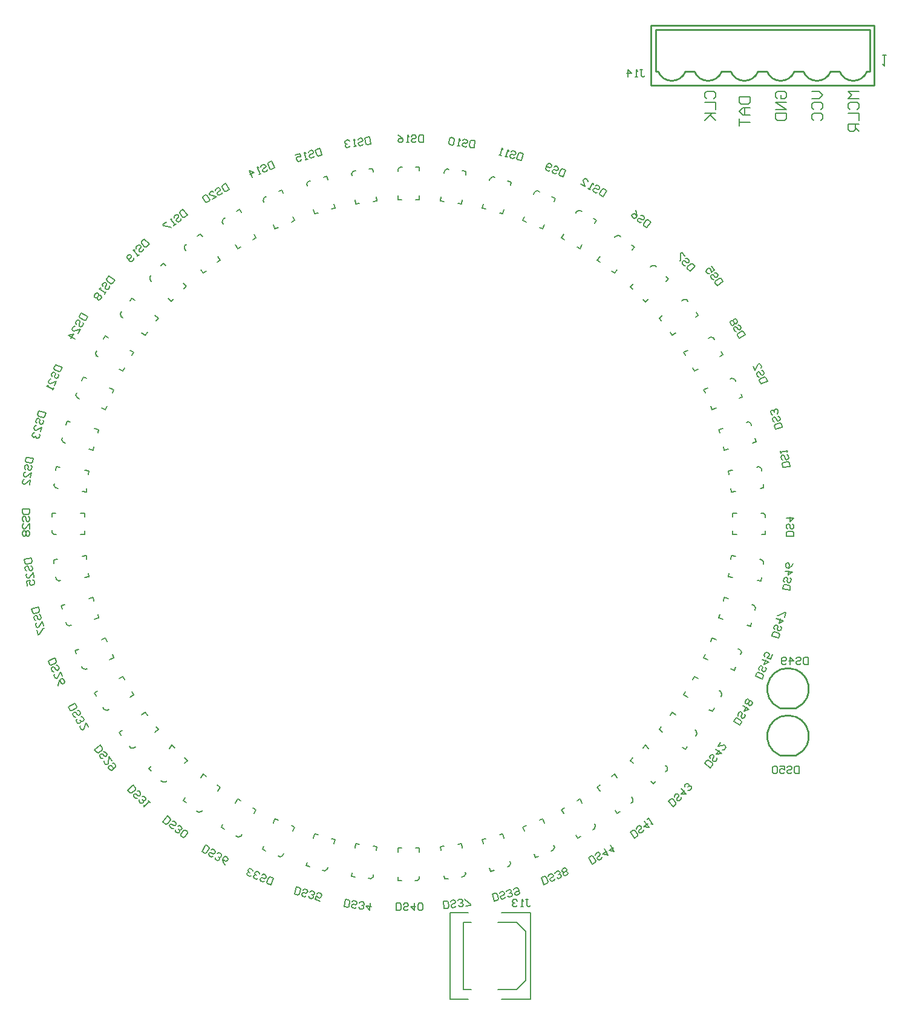
<source format=gbo>
%FSLAX23Y23*%
%MOIN*%
G70*
G01*
G75*
G04 Layer_Color=32896*
%ADD10C,0.150*%
%ADD11R,0.118X0.118*%
%ADD12R,0.010X0.041*%
%ADD13R,0.041X0.010*%
%ADD14R,0.035X0.049*%
%ADD15R,0.050X0.055*%
%ADD16R,0.055X0.050*%
%ADD17R,0.022X0.057*%
%ADD18R,0.022X0.057*%
%ADD19R,0.012X0.063*%
%ADD20R,0.140X0.060*%
%ADD21R,0.330X0.420*%
%ADD22R,0.079X0.126*%
%ADD23R,0.079X0.126*%
%ADD24R,0.085X0.036*%
%ADD25R,0.410X0.425*%
%ADD26R,0.110X0.115*%
%ADD27R,0.100X0.100*%
%ADD28R,0.059X0.051*%
%ADD29R,0.024X0.087*%
%ADD30R,0.024X0.087*%
%ADD31R,0.081X0.024*%
%ADD32C,0.050*%
%ADD33R,0.039X0.063*%
%ADD34R,0.217X0.280*%
%ADD35R,0.089X0.024*%
%ADD36R,0.160X0.080*%
%ADD37R,0.450X0.450*%
%ADD38R,0.100X0.100*%
%ADD39R,0.102X0.094*%
%ADD40R,0.012X0.063*%
%ADD41R,0.055X0.065*%
%ADD42R,0.065X0.055*%
%ADD43R,0.037X0.035*%
%ADD44R,0.037X0.035*%
%ADD45R,0.217X0.079*%
%ADD46R,0.063X0.012*%
%ADD47R,0.050X0.110*%
%ADD48R,0.087X0.024*%
%ADD49R,0.087X0.024*%
%ADD50C,0.010*%
%ADD51C,0.020*%
%ADD52C,0.075*%
%ADD53C,0.040*%
%ADD54C,0.025*%
%ADD55C,0.030*%
%ADD56C,0.035*%
%ADD57C,0.015*%
%ADD58C,0.100*%
%ADD59C,0.050*%
%ADD60C,0.150*%
%ADD61C,0.065*%
%ADD62R,0.065X0.065*%
%ADD63C,0.390*%
%ADD64C,0.169*%
%ADD65C,0.100*%
%ADD66C,0.070*%
%ADD67C,0.125*%
%ADD68C,0.250*%
%ADD69C,0.200*%
%ADD70C,0.150*%
%ADD71C,0.024*%
%ADD72C,0.040*%
%ADD73C,0.025*%
%ADD74C,0.008*%
%ADD75C,0.131*%
%ADD76C,0.080*%
%ADD77C,0.430*%
%ADD78C,0.209*%
%ADD79C,0.102*%
%ADD80C,0.085*%
%ADD81C,0.165*%
%ADD82C,0.290*%
%ADD83C,0.052*%
%ADD84C,0.055*%
%ADD85C,0.064*%
G04:AMPARAMS|DCode=86|XSize=43mil|YSize=59mil|CornerRadius=0mil|HoleSize=0mil|Usage=FLASHONLY|Rotation=277.500|XOffset=0mil|YOffset=0mil|HoleType=Round|Shape=Rectangle|*
%AMROTATEDRECTD86*
4,1,4,-0.032,0.018,0.026,0.025,0.032,-0.018,-0.026,-0.025,-0.032,0.018,0.0*
%
%ADD86ROTATEDRECTD86*%

G04:AMPARAMS|DCode=87|XSize=43mil|YSize=59mil|CornerRadius=0mil|HoleSize=0mil|Usage=FLASHONLY|Rotation=292.500|XOffset=0mil|YOffset=0mil|HoleType=Round|Shape=Rectangle|*
%AMROTATEDRECTD87*
4,1,4,-0.036,0.009,0.019,0.031,0.036,-0.009,-0.019,-0.031,-0.036,0.009,0.0*
%
%ADD87ROTATEDRECTD87*%

G04:AMPARAMS|DCode=88|XSize=43mil|YSize=59mil|CornerRadius=0mil|HoleSize=0mil|Usage=FLASHONLY|Rotation=307.500|XOffset=0mil|YOffset=0mil|HoleType=Round|Shape=Rectangle|*
%AMROTATEDRECTD88*
4,1,4,-0.037,-0.001,0.010,0.035,0.037,0.001,-0.010,-0.035,-0.037,-0.001,0.0*
%
%ADD88ROTATEDRECTD88*%

G04:AMPARAMS|DCode=89|XSize=43mil|YSize=59mil|CornerRadius=0mil|HoleSize=0mil|Usage=FLASHONLY|Rotation=322.500|XOffset=0mil|YOffset=0mil|HoleType=Round|Shape=Rectangle|*
%AMROTATEDRECTD89*
4,1,4,-0.035,-0.010,0.001,0.037,0.035,0.010,-0.001,-0.037,-0.035,-0.010,0.0*
%
%ADD89ROTATEDRECTD89*%

G04:AMPARAMS|DCode=90|XSize=43mil|YSize=59mil|CornerRadius=0mil|HoleSize=0mil|Usage=FLASHONLY|Rotation=337.500|XOffset=0mil|YOffset=0mil|HoleType=Round|Shape=Rectangle|*
%AMROTATEDRECTD90*
4,1,4,-0.031,-0.019,-0.009,0.036,0.031,0.019,0.009,-0.036,-0.031,-0.019,0.0*
%
%ADD90ROTATEDRECTD90*%

G04:AMPARAMS|DCode=91|XSize=43mil|YSize=59mil|CornerRadius=0mil|HoleSize=0mil|Usage=FLASHONLY|Rotation=352.500|XOffset=0mil|YOffset=0mil|HoleType=Round|Shape=Rectangle|*
%AMROTATEDRECTD91*
4,1,4,-0.025,-0.026,-0.018,0.032,0.025,0.026,0.018,-0.032,-0.025,-0.026,0.0*
%
%ADD91ROTATEDRECTD91*%

G04:AMPARAMS|DCode=92|XSize=43mil|YSize=59mil|CornerRadius=0mil|HoleSize=0mil|Usage=FLASHONLY|Rotation=7.500|XOffset=0mil|YOffset=0mil|HoleType=Round|Shape=Rectangle|*
%AMROTATEDRECTD92*
4,1,4,-0.018,-0.032,-0.025,0.026,0.018,0.032,0.025,-0.026,-0.018,-0.032,0.0*
%
%ADD92ROTATEDRECTD92*%

G04:AMPARAMS|DCode=93|XSize=43mil|YSize=59mil|CornerRadius=0mil|HoleSize=0mil|Usage=FLASHONLY|Rotation=22.500|XOffset=0mil|YOffset=0mil|HoleType=Round|Shape=Rectangle|*
%AMROTATEDRECTD93*
4,1,4,-0.009,-0.036,-0.031,0.019,0.009,0.036,0.031,-0.019,-0.009,-0.036,0.0*
%
%ADD93ROTATEDRECTD93*%

G04:AMPARAMS|DCode=94|XSize=43mil|YSize=59mil|CornerRadius=0mil|HoleSize=0mil|Usage=FLASHONLY|Rotation=37.500|XOffset=0mil|YOffset=0mil|HoleType=Round|Shape=Rectangle|*
%AMROTATEDRECTD94*
4,1,4,0.001,-0.037,-0.035,0.010,-0.001,0.037,0.035,-0.010,0.001,-0.037,0.0*
%
%ADD94ROTATEDRECTD94*%

G04:AMPARAMS|DCode=95|XSize=43mil|YSize=59mil|CornerRadius=0mil|HoleSize=0mil|Usage=FLASHONLY|Rotation=52.500|XOffset=0mil|YOffset=0mil|HoleType=Round|Shape=Rectangle|*
%AMROTATEDRECTD95*
4,1,4,0.010,-0.035,-0.037,0.001,-0.010,0.035,0.037,-0.001,0.010,-0.035,0.0*
%
%ADD95ROTATEDRECTD95*%

G04:AMPARAMS|DCode=96|XSize=43mil|YSize=59mil|CornerRadius=0mil|HoleSize=0mil|Usage=FLASHONLY|Rotation=67.500|XOffset=0mil|YOffset=0mil|HoleType=Round|Shape=Rectangle|*
%AMROTATEDRECTD96*
4,1,4,0.019,-0.031,-0.036,-0.009,-0.019,0.031,0.036,0.009,0.019,-0.031,0.0*
%
%ADD96ROTATEDRECTD96*%

G04:AMPARAMS|DCode=97|XSize=43mil|YSize=59mil|CornerRadius=0mil|HoleSize=0mil|Usage=FLASHONLY|Rotation=82.500|XOffset=0mil|YOffset=0mil|HoleType=Round|Shape=Rectangle|*
%AMROTATEDRECTD97*
4,1,4,0.026,-0.025,-0.032,-0.018,-0.026,0.025,0.032,0.018,0.026,-0.025,0.0*
%
%ADD97ROTATEDRECTD97*%

G04:AMPARAMS|DCode=98|XSize=43mil|YSize=59mil|CornerRadius=0mil|HoleSize=0mil|Usage=FLASHONLY|Rotation=285.000|XOffset=0mil|YOffset=0mil|HoleType=Round|Shape=Rectangle|*
%AMROTATEDRECTD98*
4,1,4,-0.034,0.013,0.023,0.029,0.034,-0.013,-0.023,-0.029,-0.034,0.013,0.0*
%
%ADD98ROTATEDRECTD98*%

%ADD99R,0.059X0.043*%
G04:AMPARAMS|DCode=100|XSize=43mil|YSize=59mil|CornerRadius=0mil|HoleSize=0mil|Usage=FLASHONLY|Rotation=315.000|XOffset=0mil|YOffset=0mil|HoleType=Round|Shape=Rectangle|*
%AMROTATEDRECTD100*
4,1,4,-0.036,-0.006,0.006,0.036,0.036,0.006,-0.006,-0.036,-0.036,-0.006,0.0*
%
%ADD100ROTATEDRECTD100*%

G04:AMPARAMS|DCode=101|XSize=43mil|YSize=59mil|CornerRadius=0mil|HoleSize=0mil|Usage=FLASHONLY|Rotation=300.000|XOffset=0mil|YOffset=0mil|HoleType=Round|Shape=Rectangle|*
%AMROTATEDRECTD101*
4,1,4,-0.036,0.004,0.015,0.034,0.036,-0.004,-0.015,-0.034,-0.036,0.004,0.0*
%
%ADD101ROTATEDRECTD101*%

G04:AMPARAMS|DCode=102|XSize=43mil|YSize=59mil|CornerRadius=0mil|HoleSize=0mil|Usage=FLASHONLY|Rotation=345.000|XOffset=0mil|YOffset=0mil|HoleType=Round|Shape=Rectangle|*
%AMROTATEDRECTD102*
4,1,4,-0.029,-0.023,-0.013,0.034,0.029,0.023,0.013,-0.034,-0.029,-0.023,0.0*
%
%ADD102ROTATEDRECTD102*%

G04:AMPARAMS|DCode=103|XSize=43mil|YSize=59mil|CornerRadius=0mil|HoleSize=0mil|Usage=FLASHONLY|Rotation=330.000|XOffset=0mil|YOffset=0mil|HoleType=Round|Shape=Rectangle|*
%AMROTATEDRECTD103*
4,1,4,-0.034,-0.015,-0.004,0.036,0.034,0.015,0.004,-0.036,-0.034,-0.015,0.0*
%
%ADD103ROTATEDRECTD103*%

G04:AMPARAMS|DCode=104|XSize=43mil|YSize=59mil|CornerRadius=0mil|HoleSize=0mil|Usage=FLASHONLY|Rotation=15.000|XOffset=0mil|YOffset=0mil|HoleType=Round|Shape=Rectangle|*
%AMROTATEDRECTD104*
4,1,4,-0.013,-0.034,-0.029,0.023,0.013,0.034,0.029,-0.023,-0.013,-0.034,0.0*
%
%ADD104ROTATEDRECTD104*%

%ADD105R,0.043X0.059*%
G04:AMPARAMS|DCode=106|XSize=43mil|YSize=59mil|CornerRadius=0mil|HoleSize=0mil|Usage=FLASHONLY|Rotation=45.000|XOffset=0mil|YOffset=0mil|HoleType=Round|Shape=Rectangle|*
%AMROTATEDRECTD106*
4,1,4,0.006,-0.036,-0.036,0.006,-0.006,0.036,0.036,-0.006,0.006,-0.036,0.0*
%
%ADD106ROTATEDRECTD106*%

G04:AMPARAMS|DCode=107|XSize=43mil|YSize=59mil|CornerRadius=0mil|HoleSize=0mil|Usage=FLASHONLY|Rotation=30.000|XOffset=0mil|YOffset=0mil|HoleType=Round|Shape=Rectangle|*
%AMROTATEDRECTD107*
4,1,4,-0.004,-0.036,-0.034,0.015,0.004,0.036,0.034,-0.015,-0.004,-0.036,0.0*
%
%ADD107ROTATEDRECTD107*%

G04:AMPARAMS|DCode=108|XSize=43mil|YSize=59mil|CornerRadius=0mil|HoleSize=0mil|Usage=FLASHONLY|Rotation=75.000|XOffset=0mil|YOffset=0mil|HoleType=Round|Shape=Rectangle|*
%AMROTATEDRECTD108*
4,1,4,0.023,-0.029,-0.034,-0.013,-0.023,0.029,0.034,0.013,0.023,-0.029,0.0*
%
%ADD108ROTATEDRECTD108*%

G04:AMPARAMS|DCode=109|XSize=43mil|YSize=59mil|CornerRadius=0mil|HoleSize=0mil|Usage=FLASHONLY|Rotation=60.000|XOffset=0mil|YOffset=0mil|HoleType=Round|Shape=Rectangle|*
%AMROTATEDRECTD109*
4,1,4,0.015,-0.034,-0.036,-0.004,-0.015,0.034,0.036,0.004,0.015,-0.034,0.0*
%
%ADD109ROTATEDRECTD109*%

%ADD110C,0.010*%
%ADD111C,0.004*%
%ADD112C,0.008*%
%ADD113C,0.005*%
%ADD114C,0.008*%
%ADD115C,0.006*%
%ADD116C,0.006*%
D50*
X2325Y2490D02*
G03*
X2475Y2490I75J31D01*
G01*
X2125D02*
G03*
X2275Y2490I75J31D01*
G01*
X1925D02*
G03*
X2075Y2490I75J31D01*
G01*
X1725D02*
G03*
X1875Y2490I75J31D01*
G01*
X1525D02*
G03*
X1675Y2490I75J31D01*
G01*
X1325D02*
G03*
X1475Y2490I75J31D01*
G01*
X2086Y-1275D02*
G03*
X1994Y-1275I-46J105D01*
G01*
X2086Y-1015D02*
G03*
X1994Y-1015I-46J105D01*
G01*
X2515Y2415D02*
Y2745D01*
X1285D02*
X2515D01*
X1285Y2415D02*
Y2745D01*
Y2415D02*
X2515D01*
X1310Y2490D02*
X1325D01*
X1310D02*
Y2720D01*
X2490D01*
Y2490D02*
Y2720D01*
X2475Y2490D02*
X2490D01*
X2275D02*
X2325D01*
X2075D02*
X2125D01*
X1875D02*
X1925D01*
X1675D02*
X1725D01*
X1475D02*
X1525D01*
X1994Y-1275D02*
X2086D01*
X1994Y-1015D02*
X2086D01*
D74*
X544Y-2194D02*
X596Y-2246D01*
X460Y-2143D02*
X622D01*
X178D02*
X277D01*
X178Y-2617D02*
X277D01*
X460D02*
X622D01*
X251Y-2194D02*
X293D01*
X251Y-2566D02*
X293D01*
X440Y-2194D02*
X544D01*
X440Y-2566D02*
X544D01*
X2560Y2580D02*
X2580D01*
X2570D01*
Y2520D01*
X2560Y2530D01*
X1590Y2340D02*
X1580Y2350D01*
Y2370D01*
X1590Y2380D01*
X1630D01*
X1640Y2370D01*
Y2350D01*
X1630Y2340D01*
X1580Y2320D02*
X1640D01*
Y2280D01*
X1580Y2260D02*
X1640D01*
X1620D01*
X1580Y2220D01*
X1610Y2250D01*
X1640Y2220D01*
X1770Y2350D02*
X1830D01*
Y2320D01*
X1820Y2310D01*
X1780D01*
X1770Y2320D01*
Y2350D01*
X1830Y2290D02*
X1790D01*
X1770Y2270D01*
X1790Y2250D01*
X1830D01*
X1800D01*
Y2290D01*
X1770Y2230D02*
Y2190D01*
Y2210D01*
X1830D01*
X1980Y2340D02*
X1970Y2350D01*
Y2370D01*
X1980Y2380D01*
X2020D01*
X2030Y2370D01*
Y2350D01*
X2020Y2340D01*
X2000D01*
Y2360D01*
X2030Y2320D02*
X1970D01*
X2030Y2280D01*
X1970D01*
Y2260D02*
X2030D01*
Y2230D01*
X2020Y2220D01*
X1980D01*
X1970Y2230D01*
Y2260D01*
X2170Y2380D02*
X2210D01*
X2230Y2360D01*
X2210Y2340D01*
X2170D01*
X2180Y2280D02*
X2170Y2290D01*
Y2310D01*
X2180Y2320D01*
X2220D01*
X2230Y2310D01*
Y2290D01*
X2220Y2280D01*
X2180Y2220D02*
X2170Y2230D01*
Y2250D01*
X2180Y2260D01*
X2220D01*
X2230Y2250D01*
Y2230D01*
X2220Y2220D01*
X2430Y2380D02*
X2370D01*
X2390Y2360D01*
X2370Y2340D01*
X2430D01*
X2380Y2280D02*
X2370Y2290D01*
Y2310D01*
X2380Y2320D01*
X2420D01*
X2430Y2310D01*
Y2290D01*
X2420Y2280D01*
X2370Y2260D02*
X2430D01*
Y2220D01*
Y2200D02*
X2370D01*
Y2170D01*
X2380Y2160D01*
X2400D01*
X2410Y2170D01*
Y2200D01*
Y2180D02*
X2430Y2160D01*
D114*
X622Y-2617D02*
Y-2143D01*
X178Y-2617D02*
Y-2143D01*
X596Y-2514D02*
Y-2246D01*
X251Y-2566D02*
Y-2194D01*
X544Y-2566D02*
X596Y-2514D01*
D115*
X2100Y-1335D02*
Y-1375D01*
X2080D01*
X2073Y-1368D01*
Y-1342D01*
X2080Y-1335D01*
X2100D01*
X2033Y-1342D02*
X2040Y-1335D01*
X2053D01*
X2060Y-1342D01*
Y-1348D01*
X2053Y-1355D01*
X2040D01*
X2033Y-1362D01*
Y-1368D01*
X2040Y-1375D01*
X2053D01*
X2060Y-1368D01*
X1993Y-1335D02*
X2020D01*
Y-1355D01*
X2007Y-1348D01*
X2000D01*
X1993Y-1355D01*
Y-1368D01*
X2000Y-1375D01*
X2013D01*
X2020Y-1368D01*
X1980Y-1342D02*
X1973Y-1335D01*
X1960D01*
X1953Y-1342D01*
Y-1368D01*
X1960Y-1375D01*
X1973D01*
X1980Y-1368D01*
Y-1342D01*
X2150Y-735D02*
Y-775D01*
X2130D01*
X2123Y-768D01*
Y-742D01*
X2130Y-735D01*
X2150D01*
X2083Y-742D02*
X2090Y-735D01*
X2103D01*
X2110Y-742D01*
Y-748D01*
X2103Y-755D01*
X2090D01*
X2083Y-762D01*
Y-768D01*
X2090Y-775D01*
X2103D01*
X2110Y-768D01*
X2050Y-775D02*
Y-735D01*
X2070Y-755D01*
X2043D01*
X2030Y-768D02*
X2023Y-775D01*
X2010D01*
X2003Y-768D01*
Y-742D01*
X2010Y-735D01*
X2023D01*
X2030Y-742D01*
Y-748D01*
X2023Y-755D01*
X2003D01*
X2050Y315D02*
X2010Y310D01*
X2007Y330D01*
X2013Y337D01*
X2040Y341D01*
X2047Y335D01*
X2050Y315D01*
X2034Y380D02*
X2042Y375D01*
X2044Y361D01*
X2038Y354D01*
X2031Y353D01*
X2024Y359D01*
X2022Y372D01*
X2015Y378D01*
X2008Y377D01*
X2002Y369D01*
X2004Y356D01*
X2011Y351D01*
X2000Y389D02*
X1998Y403D01*
X1999Y396D01*
X2038Y401D01*
X2033Y394D01*
X1927Y785D02*
X1890Y770D01*
X1882Y788D01*
X1886Y797D01*
X1911Y807D01*
X1919Y804D01*
X1927Y785D01*
X1895Y844D02*
X1904Y841D01*
X1909Y828D01*
X1905Y820D01*
X1899Y817D01*
X1891Y821D01*
X1886Y833D01*
X1877Y837D01*
X1871Y834D01*
X1867Y825D01*
X1872Y813D01*
X1881Y809D01*
X1849Y869D02*
X1859Y844D01*
X1874Y879D01*
X1880Y881D01*
X1889Y878D01*
X1894Y865D01*
X1890Y857D01*
X1682Y1334D02*
X1650Y1310D01*
X1638Y1326D01*
X1639Y1335D01*
X1660Y1351D01*
X1670Y1350D01*
X1682Y1334D01*
X1636Y1383D02*
X1645Y1382D01*
X1653Y1371D01*
X1652Y1362D01*
X1647Y1358D01*
X1637Y1359D01*
X1629Y1370D01*
X1620Y1371D01*
X1615Y1367D01*
X1613Y1358D01*
X1622Y1347D01*
X1631Y1346D01*
X1617Y1419D02*
X1633Y1398D01*
X1617Y1386D01*
X1614Y1400D01*
X1610Y1406D01*
X1601Y1407D01*
X1590Y1399D01*
X1589Y1389D01*
X1597Y1379D01*
X1607Y1378D01*
X1284Y1662D02*
X1260Y1630D01*
X1244Y1642D01*
X1243Y1652D01*
X1259Y1673D01*
X1268Y1674D01*
X1284Y1662D01*
X1227Y1697D02*
X1237Y1698D01*
X1247Y1690D01*
X1249Y1681D01*
X1245Y1675D01*
X1235Y1674D01*
X1225Y1682D01*
X1215Y1681D01*
X1211Y1676D01*
X1212Y1667D01*
X1223Y1658D01*
X1232Y1660D01*
X1200Y1727D02*
X1206Y1713D01*
X1209Y1695D01*
X1201Y1684D01*
X1191Y1683D01*
X1181Y1691D01*
X1179Y1700D01*
X1184Y1705D01*
X1193Y1707D01*
X1209Y1695D01*
X815Y1947D02*
X800Y1910D01*
X782Y1918D01*
X778Y1926D01*
X788Y1951D01*
X797Y1955D01*
X815Y1947D01*
X751Y1966D02*
X760Y1970D01*
X772Y1965D01*
X776Y1956D01*
X773Y1950D01*
X765Y1946D01*
X752Y1951D01*
X744Y1948D01*
X741Y1942D01*
X745Y1933D01*
X757Y1928D01*
X766Y1931D01*
X729Y1947D02*
X720Y1943D01*
X708Y1948D01*
X704Y1957D01*
X714Y1982D01*
X723Y1985D01*
X735Y1980D01*
X739Y1971D01*
X736Y1965D01*
X728Y1962D01*
X709Y1969D01*
X315Y2110D02*
X310Y2070D01*
X290Y2073D01*
X284Y2080D01*
X288Y2107D01*
X295Y2112D01*
X315Y2110D01*
X248Y2112D02*
X256Y2117D01*
X269Y2116D01*
X275Y2108D01*
X274Y2102D01*
X266Y2096D01*
X253Y2098D01*
X246Y2092D01*
X245Y2085D01*
X251Y2078D01*
X264Y2076D01*
X271Y2082D01*
X231Y2080D02*
X217Y2082D01*
X224Y2081D01*
X229Y2121D01*
X235Y2113D01*
X202Y2118D02*
X196Y2125D01*
X183Y2127D01*
X176Y2121D01*
X172Y2095D01*
X178Y2087D01*
X191Y2086D01*
X199Y2091D01*
X202Y2118D01*
X-265Y2130D02*
X-260Y2090D01*
X-280Y2087D01*
X-287Y2093D01*
X-291Y2120D01*
X-285Y2127D01*
X-265Y2130D01*
X-330Y2114D02*
X-325Y2122D01*
X-311Y2124D01*
X-304Y2118D01*
X-303Y2111D01*
X-309Y2104D01*
X-322Y2102D01*
X-328Y2095D01*
X-327Y2088D01*
X-319Y2082D01*
X-306Y2084D01*
X-301Y2091D01*
X-339Y2080D02*
X-353Y2078D01*
X-346Y2079D01*
X-351Y2118D01*
X-344Y2113D01*
X-377Y2108D02*
X-384Y2114D01*
X-397Y2112D01*
X-403Y2105D01*
X-402Y2098D01*
X-395Y2092D01*
X-388Y2093D01*
X-395Y2092D01*
X-400Y2085D01*
X-400Y2078D01*
X-392Y2073D01*
X-379Y2074D01*
X-373Y2082D01*
X-805Y1997D02*
X-790Y1960D01*
X-808Y1952D01*
X-817Y1956D01*
X-827Y1981D01*
X-824Y1989D01*
X-805Y1997D01*
X-864Y1965D02*
X-861Y1974D01*
X-848Y1979D01*
X-840Y1975D01*
X-837Y1969D01*
X-841Y1961D01*
X-853Y1956D01*
X-857Y1947D01*
X-854Y1941D01*
X-845Y1937D01*
X-833Y1942D01*
X-829Y1951D01*
X-864Y1929D02*
X-876Y1924D01*
X-870Y1927D01*
X-885Y1964D01*
X-877Y1960D01*
X-913Y1909D02*
X-928Y1946D01*
X-902Y1935D01*
X-927Y1925D01*
X-1294Y1732D02*
X-1270Y1700D01*
X-1286Y1688D01*
X-1295Y1689D01*
X-1311Y1710D01*
X-1310Y1720D01*
X-1294Y1732D01*
X-1343Y1686D02*
X-1342Y1695D01*
X-1331Y1703D01*
X-1322Y1702D01*
X-1318Y1697D01*
X-1319Y1687D01*
X-1330Y1679D01*
X-1331Y1670D01*
X-1327Y1665D01*
X-1318Y1663D01*
X-1307Y1672D01*
X-1306Y1681D01*
X-1333Y1651D02*
X-1344Y1643D01*
X-1339Y1647D01*
X-1363Y1679D01*
X-1354Y1678D01*
X-1384Y1663D02*
X-1405Y1647D01*
X-1401Y1641D01*
X-1364Y1636D01*
X-1360Y1631D01*
X-1702Y1364D02*
X-1670Y1340D01*
X-1682Y1324D01*
X-1692Y1323D01*
X-1713Y1339D01*
X-1714Y1348D01*
X-1702Y1364D01*
X-1737Y1307D02*
X-1738Y1317D01*
X-1730Y1327D01*
X-1721Y1329D01*
X-1715Y1325D01*
X-1714Y1315D01*
X-1722Y1305D01*
X-1721Y1295D01*
X-1716Y1291D01*
X-1707Y1292D01*
X-1698Y1303D01*
X-1700Y1312D01*
X-1719Y1277D02*
X-1727Y1266D01*
X-1723Y1271D01*
X-1754Y1296D01*
X-1745Y1297D01*
X-1765Y1270D02*
X-1775Y1269D01*
X-1783Y1259D01*
X-1782Y1249D01*
X-1776Y1245D01*
X-1767Y1246D01*
X-1766Y1237D01*
X-1760Y1233D01*
X-1751Y1234D01*
X-1743Y1245D01*
X-1744Y1254D01*
X-1750Y1258D01*
X-1759Y1257D01*
X-1760Y1266D01*
X-1765Y1270D01*
X-1759Y1257D02*
X-1767Y1246D01*
X-1997Y875D02*
X-1960Y860D01*
X-1968Y842D01*
X-1976Y838D01*
X-2001Y848D01*
X-2005Y857D01*
X-1997Y875D01*
X-2016Y811D02*
X-2020Y820D01*
X-2015Y832D01*
X-2006Y836D01*
X-2000Y833D01*
X-1996Y825D01*
X-2001Y812D01*
X-1998Y804D01*
X-1992Y801D01*
X-1983Y805D01*
X-1978Y817D01*
X-1981Y826D01*
X-2001Y761D02*
X-1991Y786D01*
X-2025Y772D01*
X-2032Y774D01*
X-2035Y783D01*
X-2030Y795D01*
X-2021Y799D01*
X-2006Y749D02*
X-2011Y737D01*
X-2008Y743D01*
X-2045Y758D01*
X-2037Y762D01*
X-2160Y365D02*
X-2120Y360D01*
X-2123Y340D01*
X-2130Y334D01*
X-2157Y338D01*
X-2162Y345D01*
X-2160Y365D01*
X-2162Y298D02*
X-2167Y306D01*
X-2166Y319D01*
X-2158Y325D01*
X-2152Y324D01*
X-2146Y316D01*
X-2148Y303D01*
X-2142Y296D01*
X-2135Y295D01*
X-2128Y301D01*
X-2126Y314D01*
X-2132Y321D01*
X-2134Y254D02*
X-2130Y281D01*
X-2160Y258D01*
X-2167Y259D01*
X-2173Y266D01*
X-2171Y279D01*
X-2163Y285D01*
X-2139Y215D02*
X-2136Y241D01*
X-2166Y218D01*
X-2172Y219D01*
X-2178Y226D01*
X-2176Y240D01*
X-2169Y245D01*
X-2170Y-195D02*
X-2130Y-190D01*
X-2127Y-210D01*
X-2133Y-217D01*
X-2160Y-221D01*
X-2167Y-215D01*
X-2170Y-195D01*
X-2154Y-260D02*
X-2162Y-255D01*
X-2164Y-241D01*
X-2158Y-234D01*
X-2151Y-233D01*
X-2144Y-239D01*
X-2142Y-252D01*
X-2135Y-258D01*
X-2128Y-257D01*
X-2122Y-249D01*
X-2124Y-236D01*
X-2131Y-231D01*
X-2116Y-296D02*
X-2120Y-269D01*
X-2143Y-299D01*
X-2149Y-300D01*
X-2157Y-294D01*
X-2158Y-281D01*
X-2153Y-274D01*
X-2151Y-341D02*
X-2154Y-314D01*
X-2134Y-312D01*
X-2139Y-326D01*
X-2138Y-332D01*
X-2131Y-338D01*
X-2117Y-336D01*
X-2112Y-329D01*
X-2113Y-316D01*
X-2121Y-310D01*
X-2037Y-755D02*
X-2000Y-740D01*
X-1992Y-758D01*
X-1996Y-767D01*
X-2021Y-777D01*
X-2029Y-774D01*
X-2037Y-755D01*
X-2005Y-814D02*
X-2014Y-811D01*
X-2019Y-798D01*
X-2015Y-790D01*
X-2009Y-787D01*
X-2001Y-791D01*
X-1996Y-803D01*
X-1987Y-807D01*
X-1981Y-804D01*
X-1977Y-795D01*
X-1982Y-783D01*
X-1991Y-779D01*
X-1959Y-839D02*
X-1969Y-814D01*
X-1984Y-849D01*
X-1990Y-851D01*
X-1999Y-848D01*
X-2004Y-835D01*
X-2000Y-827D01*
X-1981Y-891D02*
X-1980Y-876D01*
X-1973Y-858D01*
X-1960Y-853D01*
X-1952Y-857D01*
X-1946Y-869D01*
X-1950Y-878D01*
X-1956Y-881D01*
X-1965Y-877D01*
X-1973Y-858D01*
X-1782Y-1244D02*
X-1750Y-1220D01*
X-1738Y-1236D01*
X-1739Y-1245D01*
X-1760Y-1261D01*
X-1770Y-1260D01*
X-1782Y-1244D01*
X-1736Y-1293D02*
X-1745Y-1292D01*
X-1753Y-1281D01*
X-1752Y-1272D01*
X-1747Y-1268D01*
X-1737Y-1269D01*
X-1729Y-1280D01*
X-1720Y-1281D01*
X-1715Y-1277D01*
X-1713Y-1268D01*
X-1722Y-1257D01*
X-1731Y-1256D01*
X-1685Y-1305D02*
X-1701Y-1283D01*
X-1706Y-1321D01*
X-1712Y-1325D01*
X-1721Y-1324D01*
X-1729Y-1313D01*
X-1728Y-1304D01*
X-1682Y-1319D02*
X-1673Y-1320D01*
X-1665Y-1331D01*
X-1666Y-1340D01*
X-1687Y-1357D01*
X-1697Y-1355D01*
X-1705Y-1345D01*
X-1703Y-1335D01*
X-1698Y-1331D01*
X-1689Y-1333D01*
X-1677Y-1348D01*
X-1404Y-1642D02*
X-1380Y-1610D01*
X-1364Y-1622D01*
X-1363Y-1632D01*
X-1379Y-1653D01*
X-1388Y-1654D01*
X-1404Y-1642D01*
X-1347Y-1677D02*
X-1357Y-1678D01*
X-1367Y-1670D01*
X-1369Y-1661D01*
X-1365Y-1655D01*
X-1355Y-1654D01*
X-1345Y-1662D01*
X-1335Y-1661D01*
X-1331Y-1656D01*
X-1332Y-1647D01*
X-1343Y-1638D01*
X-1352Y-1640D01*
X-1337Y-1685D02*
X-1336Y-1694D01*
X-1325Y-1703D01*
X-1316Y-1701D01*
X-1312Y-1696D01*
X-1313Y-1687D01*
X-1318Y-1683D01*
X-1313Y-1687D01*
X-1304Y-1685D01*
X-1299Y-1680D01*
X-1301Y-1671D01*
X-1311Y-1663D01*
X-1321Y-1664D01*
X-1305Y-1709D02*
X-1304Y-1719D01*
X-1293Y-1727D01*
X-1284Y-1726D01*
X-1268Y-1705D01*
X-1269Y-1695D01*
X-1280Y-1687D01*
X-1289Y-1688D01*
X-1305Y-1709D01*
X-795Y-1953D02*
X-810Y-1990D01*
X-828Y-1982D01*
X-832Y-1974D01*
X-822Y-1949D01*
X-813Y-1945D01*
X-795Y-1953D01*
X-859Y-1934D02*
X-850Y-1930D01*
X-838Y-1935D01*
X-834Y-1944D01*
X-837Y-1950D01*
X-845Y-1954D01*
X-858Y-1949D01*
X-866Y-1952D01*
X-869Y-1958D01*
X-865Y-1967D01*
X-853Y-1972D01*
X-844Y-1969D01*
X-871Y-1929D02*
X-875Y-1920D01*
X-887Y-1915D01*
X-896Y-1918D01*
X-898Y-1925D01*
X-895Y-1933D01*
X-889Y-1936D01*
X-895Y-1933D01*
X-903Y-1937D01*
X-906Y-1943D01*
X-902Y-1952D01*
X-890Y-1957D01*
X-881Y-1953D01*
X-908Y-1913D02*
X-912Y-1905D01*
X-924Y-1899D01*
X-933Y-1903D01*
X-935Y-1909D01*
X-932Y-1918D01*
X-925Y-1921D01*
X-932Y-1918D01*
X-940Y-1922D01*
X-943Y-1928D01*
X-939Y-1936D01*
X-927Y-1942D01*
X-918Y-1938D01*
X-405Y-2110D02*
X-400Y-2070D01*
X-380Y-2073D01*
X-374Y-2080D01*
X-378Y-2107D01*
X-385Y-2112D01*
X-405Y-2110D01*
X-338Y-2112D02*
X-346Y-2117D01*
X-359Y-2116D01*
X-365Y-2108D01*
X-364Y-2102D01*
X-356Y-2096D01*
X-343Y-2098D01*
X-336Y-2092D01*
X-335Y-2085D01*
X-341Y-2078D01*
X-354Y-2076D01*
X-361Y-2082D01*
X-325Y-2113D02*
X-319Y-2121D01*
X-306Y-2123D01*
X-299Y-2117D01*
X-298Y-2110D01*
X-303Y-2103D01*
X-310Y-2102D01*
X-303Y-2103D01*
X-296Y-2097D01*
X-295Y-2091D01*
X-301Y-2083D01*
X-314Y-2081D01*
X-322Y-2087D01*
X-261Y-2088D02*
X-266Y-2128D01*
X-284Y-2105D01*
X-257Y-2109D01*
X145Y-2120D02*
X140Y-2080D01*
X160Y-2077D01*
X167Y-2083D01*
X171Y-2110D01*
X165Y-2117D01*
X145Y-2120D01*
X210Y-2104D02*
X205Y-2112D01*
X191Y-2114D01*
X184Y-2108D01*
X183Y-2101D01*
X189Y-2094D01*
X202Y-2092D01*
X208Y-2085D01*
X207Y-2078D01*
X199Y-2072D01*
X186Y-2074D01*
X181Y-2081D01*
X224Y-2103D02*
X231Y-2108D01*
X244Y-2107D01*
X250Y-2099D01*
X249Y-2093D01*
X242Y-2087D01*
X235Y-2088D01*
X242Y-2087D01*
X247Y-2079D01*
X247Y-2073D01*
X239Y-2067D01*
X226Y-2069D01*
X220Y-2076D01*
X264Y-2104D02*
X291Y-2101D01*
X290Y-2094D01*
X260Y-2071D01*
X259Y-2064D01*
X695Y-1987D02*
X680Y-1950D01*
X698Y-1942D01*
X707Y-1946D01*
X717Y-1971D01*
X714Y-1979D01*
X695Y-1987D01*
X754Y-1955D02*
X751Y-1964D01*
X738Y-1969D01*
X730Y-1965D01*
X727Y-1959D01*
X731Y-1951D01*
X743Y-1946D01*
X747Y-1937D01*
X744Y-1931D01*
X735Y-1927D01*
X723Y-1932D01*
X719Y-1941D01*
X767Y-1950D02*
X775Y-1954D01*
X788Y-1949D01*
X791Y-1940D01*
X789Y-1934D01*
X780Y-1930D01*
X774Y-1933D01*
X780Y-1930D01*
X784Y-1922D01*
X781Y-1915D01*
X772Y-1912D01*
X760Y-1917D01*
X756Y-1926D01*
X804Y-1935D02*
X812Y-1938D01*
X825Y-1933D01*
X828Y-1925D01*
X826Y-1919D01*
X817Y-1915D01*
X821Y-1906D01*
X818Y-1900D01*
X809Y-1896D01*
X797Y-1902D01*
X793Y-1910D01*
X796Y-1916D01*
X805Y-1920D01*
X801Y-1929D01*
X804Y-1935D01*
X805Y-1920D02*
X817Y-1915D01*
X1194Y-1732D02*
X1170Y-1700D01*
X1186Y-1688D01*
X1195Y-1689D01*
X1211Y-1710D01*
X1210Y-1720D01*
X1194Y-1732D01*
X1243Y-1686D02*
X1242Y-1695D01*
X1231Y-1703D01*
X1222Y-1702D01*
X1218Y-1697D01*
X1219Y-1687D01*
X1230Y-1679D01*
X1231Y-1670D01*
X1227Y-1665D01*
X1218Y-1663D01*
X1207Y-1672D01*
X1206Y-1681D01*
X1249Y-1639D02*
X1274Y-1671D01*
X1246Y-1667D01*
X1267Y-1651D01*
X1265Y-1627D02*
X1276Y-1619D01*
X1270Y-1623D01*
X1295Y-1655D01*
X1285Y-1653D01*
X1612Y-1344D02*
X1580Y-1320D01*
X1592Y-1304D01*
X1602Y-1303D01*
X1623Y-1319D01*
X1624Y-1328D01*
X1612Y-1344D01*
X1647Y-1287D02*
X1648Y-1297D01*
X1640Y-1307D01*
X1631Y-1309D01*
X1625Y-1305D01*
X1624Y-1295D01*
X1632Y-1285D01*
X1631Y-1275D01*
X1626Y-1271D01*
X1617Y-1272D01*
X1608Y-1283D01*
X1610Y-1292D01*
X1641Y-1241D02*
X1673Y-1265D01*
X1645Y-1269D01*
X1661Y-1248D01*
X1669Y-1204D02*
X1653Y-1225D01*
X1690Y-1220D01*
X1696Y-1224D01*
X1697Y-1233D01*
X1689Y-1244D01*
X1679Y-1245D01*
X1897Y-855D02*
X1860Y-840D01*
X1868Y-822D01*
X1876Y-818D01*
X1901Y-828D01*
X1905Y-837D01*
X1897Y-855D01*
X1916Y-791D02*
X1920Y-800D01*
X1915Y-812D01*
X1906Y-816D01*
X1900Y-813D01*
X1896Y-805D01*
X1901Y-792D01*
X1898Y-784D01*
X1892Y-781D01*
X1883Y-785D01*
X1878Y-797D01*
X1881Y-806D01*
X1898Y-748D02*
X1935Y-763D01*
X1909Y-774D01*
X1919Y-749D01*
X1953Y-720D02*
X1943Y-744D01*
X1924Y-737D01*
X1936Y-727D01*
X1938Y-721D01*
X1935Y-712D01*
X1922Y-707D01*
X1914Y-711D01*
X1908Y-723D01*
X1912Y-732D01*
X2050Y-365D02*
X2010Y-360D01*
X2013Y-340D01*
X2020Y-334D01*
X2047Y-338D01*
X2052Y-345D01*
X2050Y-365D01*
X2052Y-298D02*
X2057Y-306D01*
X2056Y-319D01*
X2048Y-325D01*
X2042Y-324D01*
X2036Y-316D01*
X2038Y-303D01*
X2032Y-296D01*
X2025Y-295D01*
X2018Y-301D01*
X2016Y-314D01*
X2022Y-321D01*
X2023Y-261D02*
X2063Y-266D01*
X2040Y-283D01*
X2044Y-257D01*
X2069Y-220D02*
X2060Y-232D01*
X2045Y-244D01*
X2032Y-242D01*
X2027Y-234D01*
X2028Y-221D01*
X2036Y-216D01*
X2042Y-216D01*
X2048Y-224D01*
X2045Y-244D01*
X1223Y2500D02*
X1237D01*
X1230D01*
Y2467D01*
X1237Y2460D01*
X1243D01*
X1250Y2467D01*
X1210Y2460D02*
X1197D01*
X1203D01*
Y2500D01*
X1210Y2493D01*
X1157Y2460D02*
Y2500D01*
X1177Y2480D01*
X1150D01*
X2009Y530D02*
X1970Y520D01*
X1965Y539D01*
X1970Y547D01*
X1995Y554D01*
X2003Y550D01*
X2009Y530D01*
X1985Y593D02*
X1993Y588D01*
X1997Y575D01*
X1992Y567D01*
X1985Y566D01*
X1977Y570D01*
X1974Y583D01*
X1966Y588D01*
X1959Y586D01*
X1954Y578D01*
X1958Y565D01*
X1966Y560D01*
X1981Y606D02*
X1986Y614D01*
X1983Y627D01*
X1975Y632D01*
X1968Y630D01*
X1963Y622D01*
X1965Y615D01*
X1963Y622D01*
X1955Y626D01*
X1949Y625D01*
X1944Y617D01*
X1948Y604D01*
X1956Y599D01*
X2070Y-70D02*
X2030D01*
Y-50D01*
X2037Y-43D01*
X2063D01*
X2070Y-50D01*
Y-70D01*
X2063Y-3D02*
X2070Y-10D01*
Y-23D01*
X2063Y-30D01*
X2057D01*
X2050Y-23D01*
Y-10D01*
X2043Y-3D01*
X2037D01*
X2030Y-10D01*
Y-23D01*
X2037Y-30D01*
X2030Y30D02*
X2070D01*
X2050Y10D01*
Y37D01*
X1528Y1418D02*
X1500Y1390D01*
X1486Y1404D01*
Y1414D01*
X1505Y1432D01*
X1514D01*
X1528Y1418D01*
X1476Y1461D02*
X1486D01*
X1495Y1451D01*
Y1442D01*
X1491Y1437D01*
X1481D01*
X1472Y1447D01*
X1462D01*
X1458Y1442D01*
Y1432D01*
X1467Y1423D01*
X1476D01*
X1472Y1475D02*
X1453Y1494D01*
X1448Y1489D01*
X1448Y1451D01*
X1443Y1447D01*
X1805Y1040D02*
X1770Y1020D01*
X1760Y1037D01*
X1762Y1046D01*
X1786Y1060D01*
X1795Y1057D01*
X1805Y1040D01*
X1766Y1094D02*
X1775Y1092D01*
X1781Y1080D01*
X1779Y1071D01*
X1773Y1068D01*
X1764Y1070D01*
X1757Y1082D01*
X1748Y1084D01*
X1742Y1081D01*
X1740Y1072D01*
X1747Y1060D01*
X1756Y1058D01*
X1759Y1106D02*
X1761Y1115D01*
X1755Y1127D01*
X1746Y1129D01*
X1740Y1126D01*
X1737Y1117D01*
X1728Y1119D01*
X1722Y1116D01*
X1720Y1107D01*
X1727Y1095D01*
X1736Y1093D01*
X1742Y1096D01*
X1744Y1105D01*
X1753Y1103D01*
X1759Y1106D01*
X1744Y1105D02*
X1737Y1117D01*
X580Y2039D02*
X570Y2000D01*
X551Y2005D01*
X546Y2013D01*
X553Y2039D01*
X561Y2044D01*
X580Y2039D01*
X514Y2049D02*
X522Y2054D01*
X535Y2051D01*
X540Y2043D01*
X538Y2036D01*
X530Y2031D01*
X517Y2035D01*
X509Y2030D01*
X507Y2024D01*
X512Y2016D01*
X525Y2012D01*
X533Y2017D01*
X493Y2021D02*
X480Y2024D01*
X486Y2022D01*
X497Y2061D01*
X501Y2053D01*
X461Y2029D02*
X448Y2033D01*
X454Y2031D01*
X464Y2070D01*
X469Y2062D01*
X1040Y1835D02*
X1020Y1800D01*
X1003Y1810D01*
X1000Y1819D01*
X1014Y1842D01*
X1023Y1845D01*
X1040Y1835D01*
X979Y1862D02*
X988Y1865D01*
X1000Y1858D01*
X1002Y1849D01*
X999Y1843D01*
X990Y1841D01*
X978Y1847D01*
X969Y1845D01*
X966Y1839D01*
X968Y1830D01*
X980Y1823D01*
X989Y1826D01*
X951Y1840D02*
X939Y1847D01*
X945Y1843D01*
X965Y1878D01*
X967Y1869D01*
X899Y1870D02*
X922Y1857D01*
X912Y1893D01*
X915Y1899D01*
X925Y1901D01*
X936Y1895D01*
X939Y1886D01*
X-540Y2069D02*
X-530Y2030D01*
X-549Y2025D01*
X-557Y2030D01*
X-564Y2055D01*
X-560Y2063D01*
X-540Y2069D01*
X-603Y2045D02*
X-598Y2053D01*
X-585Y2057D01*
X-577Y2052D01*
X-576Y2045D01*
X-580Y2037D01*
X-593Y2034D01*
X-598Y2026D01*
X-596Y2019D01*
X-588Y2014D01*
X-575Y2018D01*
X-570Y2026D01*
X-607Y2009D02*
X-620Y2006D01*
X-614Y2008D01*
X-624Y2046D01*
X-616Y2041D01*
X-676Y2032D02*
X-650Y2039D01*
X-645Y2020D01*
X-659Y2023D01*
X-666Y2021D01*
X-670Y2013D01*
X-667Y2000D01*
X-659Y1996D01*
X-646Y1999D01*
X-641Y2007D01*
X30Y2140D02*
Y2100D01*
X10D01*
X3Y2107D01*
Y2133D01*
X10Y2140D01*
X30D01*
X-37Y2133D02*
X-30Y2140D01*
X-17D01*
X-10Y2133D01*
Y2127D01*
X-17Y2120D01*
X-30D01*
X-37Y2113D01*
Y2107D01*
X-30Y2100D01*
X-17D01*
X-10Y2107D01*
X-50Y2100D02*
X-63D01*
X-57D01*
Y2140D01*
X-50Y2133D01*
X-110Y2140D02*
X-97Y2133D01*
X-83Y2120D01*
Y2107D01*
X-90Y2100D01*
X-103D01*
X-110Y2107D01*
Y2113D01*
X-103Y2120D01*
X-83D01*
X-1508Y1568D02*
X-1480Y1540D01*
X-1494Y1526D01*
X-1504D01*
X-1522Y1545D01*
Y1554D01*
X-1508Y1568D01*
X-1551Y1516D02*
Y1526D01*
X-1541Y1535D01*
X-1532D01*
X-1527Y1531D01*
Y1521D01*
X-1537Y1512D01*
Y1502D01*
X-1532Y1498D01*
X-1522D01*
X-1513Y1507D01*
Y1516D01*
X-1537Y1483D02*
X-1546Y1474D01*
X-1541Y1479D01*
X-1570Y1507D01*
X-1560D01*
X-1565Y1465D02*
Y1455D01*
X-1574Y1446D01*
X-1584D01*
X-1603Y1465D01*
Y1474D01*
X-1593Y1483D01*
X-1584D01*
X-1579Y1479D01*
Y1469D01*
X-1593Y1455D01*
X-1060Y1875D02*
X-1040Y1840D01*
X-1057Y1830D01*
X-1066Y1832D01*
X-1080Y1856D01*
X-1077Y1865D01*
X-1060Y1875D01*
X-1114Y1836D02*
X-1112Y1845D01*
X-1100Y1851D01*
X-1091Y1849D01*
X-1088Y1843D01*
X-1090Y1834D01*
X-1102Y1827D01*
X-1104Y1818D01*
X-1101Y1812D01*
X-1092Y1810D01*
X-1080Y1817D01*
X-1078Y1826D01*
X-1132Y1787D02*
X-1109Y1800D01*
X-1146Y1810D01*
X-1149Y1816D01*
X-1147Y1825D01*
X-1135Y1831D01*
X-1126Y1829D01*
X-1161Y1809D02*
X-1170Y1811D01*
X-1181Y1805D01*
X-1184Y1796D01*
X-1170Y1772D01*
X-1161Y1770D01*
X-1150Y1777D01*
X-1147Y1786D01*
X-1161Y1809D01*
X-2089Y620D02*
X-2050Y610D01*
X-2055Y591D01*
X-2063Y586D01*
X-2089Y593D01*
X-2094Y601D01*
X-2089Y620D01*
X-2099Y554D02*
X-2104Y562D01*
X-2101Y575D01*
X-2093Y580D01*
X-2086Y578D01*
X-2081Y570D01*
X-2085Y557D01*
X-2080Y549D01*
X-2074Y547D01*
X-2066Y552D01*
X-2062Y565D01*
X-2067Y573D01*
X-2078Y507D02*
X-2071Y533D01*
X-2103Y514D01*
X-2110Y516D01*
X-2114Y524D01*
X-2111Y537D01*
X-2103Y541D01*
X-2113Y503D02*
X-2121Y498D01*
X-2125Y485D01*
X-2120Y477D01*
X-2114Y475D01*
X-2106Y480D01*
X-2104Y486D01*
X-2106Y480D01*
X-2101Y472D01*
X-2094Y470D01*
X-2086Y475D01*
X-2083Y488D01*
X-2087Y496D01*
X-1855Y1160D02*
X-1820Y1140D01*
X-1830Y1123D01*
X-1839Y1120D01*
X-1862Y1134D01*
X-1865Y1143D01*
X-1855Y1160D01*
X-1882Y1099D02*
X-1885Y1108D01*
X-1878Y1120D01*
X-1869Y1122D01*
X-1863Y1119D01*
X-1861Y1110D01*
X-1867Y1098D01*
X-1865Y1089D01*
X-1859Y1086D01*
X-1850Y1088D01*
X-1843Y1100D01*
X-1846Y1109D01*
X-1873Y1048D02*
X-1860Y1071D01*
X-1896Y1061D01*
X-1902Y1064D01*
X-1905Y1073D01*
X-1898Y1085D01*
X-1889Y1087D01*
X-1890Y1019D02*
X-1925Y1039D01*
X-1897Y1046D01*
X-1911Y1023D01*
X-2129Y-470D02*
X-2090Y-460D01*
X-2085Y-479D01*
X-2090Y-487D01*
X-2115Y-494D01*
X-2123Y-490D01*
X-2129Y-470D01*
X-2105Y-533D02*
X-2113Y-528D01*
X-2117Y-515D01*
X-2112Y-507D01*
X-2105Y-506D01*
X-2097Y-510D01*
X-2094Y-523D01*
X-2086Y-528D01*
X-2079Y-526D01*
X-2074Y-518D01*
X-2078Y-505D01*
X-2086Y-500D01*
X-2062Y-563D02*
X-2069Y-537D01*
X-2088Y-570D01*
X-2095Y-572D01*
X-2103Y-567D01*
X-2106Y-554D01*
X-2101Y-546D01*
X-2098Y-586D02*
X-2091Y-612D01*
X-2084Y-610D01*
X-2065Y-578D01*
X-2059Y-576D01*
X-2180Y80D02*
X-2140D01*
Y60D01*
X-2147Y53D01*
X-2173D01*
X-2180Y60D01*
Y80D01*
X-2173Y13D02*
X-2180Y20D01*
Y33D01*
X-2173Y40D01*
X-2167D01*
X-2160Y33D01*
Y20D01*
X-2153Y13D01*
X-2147D01*
X-2140Y20D01*
Y33D01*
X-2147Y40D01*
X-2140Y-27D02*
Y0D01*
X-2167Y-27D01*
X-2173D01*
X-2180Y-20D01*
Y-7D01*
X-2173Y0D01*
Y-40D02*
X-2180Y-47D01*
Y-60D01*
X-2173Y-67D01*
X-2167D01*
X-2160Y-60D01*
X-2153Y-67D01*
X-2147D01*
X-2140Y-60D01*
Y-47D01*
X-2147Y-40D01*
X-2153D01*
X-2160Y-47D01*
X-2167Y-40D01*
X-2173D01*
X-2160Y-47D02*
Y-60D01*
X-1598Y-1468D02*
X-1570Y-1440D01*
X-1556Y-1454D01*
Y-1464D01*
X-1575Y-1482D01*
X-1584D01*
X-1598Y-1468D01*
X-1546Y-1511D02*
X-1556D01*
X-1565Y-1501D01*
Y-1492D01*
X-1561Y-1487D01*
X-1551D01*
X-1542Y-1497D01*
X-1532D01*
X-1528Y-1492D01*
Y-1482D01*
X-1537Y-1473D01*
X-1546D01*
X-1537Y-1520D02*
Y-1530D01*
X-1528Y-1539D01*
X-1518D01*
X-1513Y-1534D01*
Y-1525D01*
X-1518Y-1520D01*
X-1513Y-1525D01*
X-1504D01*
X-1499Y-1520D01*
Y-1511D01*
X-1509Y-1501D01*
X-1518D01*
X-1485Y-1525D02*
X-1476Y-1534D01*
X-1480Y-1530D01*
X-1509Y-1558D01*
Y-1548D01*
X-1925Y-1010D02*
X-1890Y-990D01*
X-1880Y-1007D01*
X-1882Y-1016D01*
X-1906Y-1030D01*
X-1915Y-1027D01*
X-1925Y-1010D01*
X-1886Y-1064D02*
X-1895Y-1062D01*
X-1901Y-1050D01*
X-1899Y-1041D01*
X-1893Y-1038D01*
X-1884Y-1040D01*
X-1877Y-1052D01*
X-1868Y-1054D01*
X-1862Y-1051D01*
X-1860Y-1042D01*
X-1867Y-1030D01*
X-1876Y-1028D01*
X-1879Y-1076D02*
X-1881Y-1085D01*
X-1875Y-1097D01*
X-1866Y-1099D01*
X-1860Y-1096D01*
X-1857Y-1087D01*
X-1861Y-1081D01*
X-1857Y-1087D01*
X-1848Y-1089D01*
X-1842Y-1086D01*
X-1840Y-1077D01*
X-1847Y-1065D01*
X-1856Y-1063D01*
X-1817Y-1117D02*
X-1830Y-1094D01*
X-1840Y-1130D01*
X-1846Y-1134D01*
X-1855Y-1131D01*
X-1861Y-1120D01*
X-1859Y-1111D01*
X-680Y-2039D02*
X-670Y-2000D01*
X-651Y-2005D01*
X-646Y-2013D01*
X-653Y-2039D01*
X-661Y-2044D01*
X-680Y-2039D01*
X-614Y-2049D02*
X-622Y-2054D01*
X-635Y-2051D01*
X-640Y-2043D01*
X-638Y-2036D01*
X-630Y-2031D01*
X-617Y-2035D01*
X-609Y-2030D01*
X-607Y-2024D01*
X-612Y-2016D01*
X-625Y-2012D01*
X-633Y-2017D01*
X-601Y-2053D02*
X-597Y-2061D01*
X-584Y-2064D01*
X-576Y-2060D01*
X-574Y-2053D01*
X-579Y-2045D01*
X-585Y-2043D01*
X-579Y-2045D01*
X-570Y-2040D01*
X-569Y-2034D01*
X-573Y-2026D01*
X-586Y-2022D01*
X-594Y-2027D01*
X-539Y-2077D02*
X-564Y-2070D01*
X-559Y-2050D01*
X-548Y-2060D01*
X-542Y-2062D01*
X-534Y-2057D01*
X-530Y-2044D01*
X-535Y-2036D01*
X-548Y-2033D01*
X-556Y-2037D01*
X-1190Y-1805D02*
X-1170Y-1770D01*
X-1153Y-1780D01*
X-1150Y-1789D01*
X-1164Y-1812D01*
X-1173Y-1815D01*
X-1190Y-1805D01*
X-1129Y-1832D02*
X-1138Y-1835D01*
X-1150Y-1828D01*
X-1152Y-1819D01*
X-1149Y-1813D01*
X-1140Y-1811D01*
X-1128Y-1817D01*
X-1119Y-1815D01*
X-1116Y-1809D01*
X-1118Y-1800D01*
X-1130Y-1793D01*
X-1139Y-1796D01*
X-1117Y-1839D02*
X-1115Y-1848D01*
X-1103Y-1855D01*
X-1094Y-1852D01*
X-1091Y-1846D01*
X-1093Y-1837D01*
X-1099Y-1834D01*
X-1093Y-1837D01*
X-1084Y-1835D01*
X-1081Y-1829D01*
X-1083Y-1820D01*
X-1095Y-1813D01*
X-1104Y-1816D01*
X-1063Y-1878D02*
X-1071Y-1866D01*
X-1076Y-1847D01*
X-1069Y-1836D01*
X-1060Y-1833D01*
X-1049Y-1840D01*
X-1046Y-1849D01*
X-1050Y-1855D01*
X-1059Y-1857D01*
X-1076Y-1847D01*
X420Y-2079D02*
X410Y-2040D01*
X429Y-2035D01*
X437Y-2040D01*
X444Y-2065D01*
X440Y-2073D01*
X420Y-2079D01*
X483Y-2055D02*
X478Y-2063D01*
X465Y-2067D01*
X457Y-2062D01*
X456Y-2055D01*
X460Y-2047D01*
X473Y-2044D01*
X478Y-2036D01*
X476Y-2029D01*
X468Y-2024D01*
X455Y-2028D01*
X450Y-2036D01*
X496Y-2051D02*
X504Y-2056D01*
X517Y-2053D01*
X522Y-2045D01*
X520Y-2038D01*
X512Y-2033D01*
X505Y-2035D01*
X512Y-2033D01*
X516Y-2025D01*
X515Y-2019D01*
X507Y-2014D01*
X494Y-2018D01*
X489Y-2026D01*
X528Y-2015D02*
X532Y-2007D01*
X545Y-2004D01*
X553Y-2008D01*
X560Y-2034D01*
X556Y-2042D01*
X543Y-2046D01*
X534Y-2041D01*
X533Y-2035D01*
X537Y-2027D01*
X557Y-2021D01*
X-120Y-2130D02*
Y-2090D01*
X-100D01*
X-93Y-2097D01*
Y-2123D01*
X-100Y-2130D01*
X-120D01*
X-53Y-2123D02*
X-60Y-2130D01*
X-73D01*
X-80Y-2123D01*
Y-2117D01*
X-73Y-2110D01*
X-60D01*
X-53Y-2103D01*
Y-2097D01*
X-60Y-2090D01*
X-73D01*
X-80Y-2097D01*
X-20Y-2090D02*
Y-2130D01*
X-40Y-2110D01*
X-13D01*
X-0Y-2123D02*
X7Y-2130D01*
X20D01*
X27Y-2123D01*
Y-2097D01*
X20Y-2090D01*
X7D01*
X-0Y-2097D01*
Y-2123D01*
X1408Y-1558D02*
X1380Y-1530D01*
X1394Y-1516D01*
X1404D01*
X1422Y-1535D01*
Y-1544D01*
X1408Y-1558D01*
X1451Y-1506D02*
Y-1516D01*
X1441Y-1525D01*
X1432D01*
X1427Y-1521D01*
Y-1511D01*
X1437Y-1502D01*
Y-1492D01*
X1432Y-1488D01*
X1422D01*
X1413Y-1497D01*
Y-1506D01*
X1451Y-1459D02*
X1479Y-1488D01*
X1451Y-1488D01*
X1470Y-1469D01*
X1488D02*
X1498D01*
X1507Y-1459D01*
Y-1450D01*
X1503Y-1445D01*
X1493D01*
X1488Y-1450D01*
X1493Y-1445D01*
Y-1436D01*
X1488Y-1431D01*
X1479D01*
X1470Y-1440D01*
Y-1450D01*
X960Y-1875D02*
X940Y-1840D01*
X957Y-1830D01*
X966Y-1832D01*
X980Y-1856D01*
X977Y-1865D01*
X960Y-1875D01*
X1014Y-1836D02*
X1012Y-1845D01*
X1000Y-1851D01*
X991Y-1849D01*
X988Y-1843D01*
X990Y-1834D01*
X1002Y-1827D01*
X1004Y-1818D01*
X1001Y-1812D01*
X992Y-1810D01*
X980Y-1817D01*
X978Y-1826D01*
X1027Y-1790D02*
X1047Y-1825D01*
X1019Y-1817D01*
X1042Y-1804D01*
X1061Y-1770D02*
X1081Y-1805D01*
X1054Y-1797D01*
X1077Y-1784D01*
X1989Y-630D02*
X1950Y-620D01*
X1955Y-601D01*
X1963Y-596D01*
X1989Y-603D01*
X1994Y-611D01*
X1989Y-630D01*
X1999Y-564D02*
X2004Y-572D01*
X2001Y-585D01*
X1993Y-590D01*
X1986Y-588D01*
X1981Y-580D01*
X1985Y-567D01*
X1980Y-559D01*
X1974Y-557D01*
X1966Y-562D01*
X1962Y-575D01*
X1967Y-583D01*
X1976Y-523D02*
X2014Y-534D01*
X1990Y-548D01*
X1997Y-522D01*
X2020Y-514D02*
X2027Y-489D01*
X2020Y-487D01*
X1987Y-506D01*
X1981Y-504D01*
X1775Y-1110D02*
X1740Y-1090D01*
X1750Y-1073D01*
X1759Y-1070D01*
X1782Y-1084D01*
X1785Y-1093D01*
X1775Y-1110D01*
X1802Y-1049D02*
X1805Y-1058D01*
X1798Y-1070D01*
X1789Y-1072D01*
X1783Y-1069D01*
X1781Y-1060D01*
X1787Y-1048D01*
X1785Y-1039D01*
X1779Y-1036D01*
X1770Y-1038D01*
X1763Y-1050D01*
X1766Y-1059D01*
X1790Y-1003D02*
X1825Y-1023D01*
X1797Y-1031D01*
X1811Y-1008D01*
X1829Y-1003D02*
X1838Y-1000D01*
X1845Y-989D01*
X1842Y-980D01*
X1836Y-976D01*
X1827Y-979D01*
X1825Y-970D01*
X1819Y-966D01*
X1810Y-969D01*
X1803Y-980D01*
X1806Y-989D01*
X1812Y-993D01*
X1821Y-990D01*
X1823Y-999D01*
X1829Y-1003D01*
X1821Y-990D02*
X1827Y-979D01*
X593Y-2070D02*
X607D01*
X600D01*
Y-2103D01*
X607Y-2110D01*
X613D01*
X620Y-2103D01*
X580Y-2110D02*
X567D01*
X573D01*
Y-2070D01*
X580Y-2077D01*
X547D02*
X540Y-2070D01*
X527D01*
X520Y-2077D01*
Y-2083D01*
X527Y-2090D01*
X533D01*
X527D01*
X520Y-2097D01*
Y-2103D01*
X527Y-2110D01*
X540D01*
X547Y-2103D01*
D116*
X1727Y175D02*
X1750Y178D01*
X1724Y194D02*
X1727Y175D01*
X1712Y292D02*
X1735Y295D01*
X1712Y292D02*
X1714Y272D01*
X1887Y196D02*
X1906Y198D01*
X1904Y218D02*
X1906Y198D01*
X1893Y304D02*
X1894Y292D01*
X1879Y314D02*
X1893Y304D01*
X1868Y312D02*
X1879Y314D01*
X1466Y-943D02*
X1487Y-955D01*
X1466Y-943D02*
X1476Y-926D01*
X1525Y-841D02*
X1546Y-852D01*
X1515Y-858D02*
X1525Y-841D01*
X1606Y-1024D02*
X1623Y-1033D01*
X1633Y-1016D01*
X1670Y-952D02*
X1676Y-941D01*
X1672Y-925D02*
X1676Y-941D01*
X1661Y-919D02*
X1672Y-925D01*
X1841Y-445D02*
X1852Y-448D01*
X1861Y-463D01*
X1858Y-474D02*
X1861Y-463D01*
X1833Y-565D02*
X1838Y-546D01*
X1814Y-560D02*
X1833Y-565D01*
X1684Y-424D02*
X1689Y-405D01*
X1712Y-411D01*
X1658Y-519D02*
X1663Y-500D01*
X1658Y-519D02*
X1681Y-525D01*
X792Y-1575D02*
X803Y-1596D01*
X792Y-1575D02*
X809Y-1565D01*
X894Y-1516D02*
X906Y-1537D01*
X877Y-1526D02*
X894Y-1516D01*
X872Y-1715D02*
X882Y-1732D01*
X899Y-1722D01*
X964Y-1685D02*
X974Y-1679D01*
X979Y-1663D01*
X973Y-1652D02*
X979Y-1663D01*
X1365Y-1332D02*
X1373Y-1340D01*
Y-1357D02*
Y-1340D01*
X1365Y-1365D02*
X1373Y-1357D01*
X1298Y-1432D02*
X1312Y-1418D01*
X1284D02*
X1298Y-1432D01*
X1240Y-1234D02*
X1254Y-1220D01*
X1270Y-1237D01*
X1170Y-1304D02*
X1184Y-1290D01*
X1170Y-1304D02*
X1187Y-1320D01*
X-109Y-1808D02*
Y-1784D01*
X-89D01*
X9Y-1808D02*
Y-1784D01*
X-11D02*
X9D01*
X-109Y-1966D02*
Y-1946D01*
Y-1966D02*
X-89D01*
X-15D02*
X-3D01*
X9Y-1954D01*
Y-1942D01*
X509Y-1860D02*
X512Y-1872D01*
X504Y-1886D02*
X512Y-1872D01*
X493Y-1889D02*
X504Y-1886D01*
X401Y-1914D02*
X420Y-1909D01*
X396Y-1895D02*
X401Y-1914D01*
X450Y-1713D02*
X469Y-1708D01*
X475Y-1731D01*
X355Y-1739D02*
X374Y-1734D01*
X355Y-1739D02*
X361Y-1762D01*
X-1005Y-1537D02*
X-993Y-1516D01*
X-976Y-1526D01*
X-902Y-1596D02*
X-891Y-1575D01*
X-908Y-1565D02*
X-891Y-1575D01*
X-1083Y-1673D02*
X-1074Y-1656D01*
X-1083Y-1673D02*
X-1066Y-1683D01*
X-1002Y-1720D02*
X-991Y-1726D01*
X-975Y-1722D01*
X-969Y-1711D01*
X-498Y-1902D02*
X-495Y-1891D01*
X-513Y-1911D02*
X-498Y-1902D01*
X-524Y-1908D02*
X-513Y-1911D01*
X-615Y-1883D02*
X-596Y-1888D01*
X-615Y-1883D02*
X-610Y-1864D01*
X-474Y-1734D02*
X-455Y-1739D01*
X-461Y-1762D02*
X-455Y-1739D01*
X-569Y-1708D02*
X-550Y-1713D01*
X-575Y-1731D02*
X-569Y-1708D01*
X-1646Y-852D02*
X-1625Y-841D01*
X-1615Y-858D01*
X-1587Y-955D02*
X-1566Y-943D01*
X-1576Y-926D02*
X-1566Y-943D01*
X-1782Y-931D02*
X-1765Y-921D01*
X-1782Y-931D02*
X-1772Y-948D01*
X-1735Y-1013D02*
X-1729Y-1023D01*
X-1713Y-1028D01*
X-1702Y-1022D01*
X-1390Y-1423D02*
X-1382Y-1415D01*
X-1407Y-1423D02*
X-1390D01*
X-1415Y-1415D02*
X-1407Y-1423D01*
X-1482Y-1348D02*
X-1468Y-1362D01*
X-1482Y-1348D02*
X-1468Y-1334D01*
X-1284Y-1290D02*
X-1270Y-1304D01*
X-1287Y-1320D02*
X-1270Y-1304D01*
X-1354Y-1220D02*
X-1340Y-1234D01*
X-1370Y-1237D02*
X-1354Y-1220D01*
X-1858Y59D02*
X-1834D01*
Y39D02*
Y59D01*
X-1858Y-59D02*
X-1834D01*
Y-39D01*
X-2016Y59D02*
X-1996D01*
X-2016Y39D02*
Y59D01*
Y-47D02*
Y-35D01*
Y-47D02*
X-2004Y-59D01*
X-1992D01*
X-1922Y-562D02*
X-1910Y-559D01*
X-1936Y-554D02*
X-1922Y-562D01*
X-1939Y-543D02*
X-1936Y-554D01*
X-1964Y-451D02*
X-1959Y-470D01*
X-1964Y-451D02*
X-1945Y-446D01*
X-1763Y-500D02*
X-1758Y-519D01*
X-1781Y-525D02*
X-1758Y-519D01*
X-1789Y-405D02*
X-1784Y-424D01*
X-1812Y-411D02*
X-1789Y-405D01*
X-1587Y956D02*
X-1566Y944D01*
X-1576Y927D02*
X-1566Y944D01*
X-1646Y853D02*
X-1625Y842D01*
X-1615Y859D01*
X-1723Y1034D02*
X-1706Y1025D01*
X-1733Y1017D02*
X-1723Y1034D01*
X-1776Y942D02*
X-1770Y953D01*
X-1776Y942D02*
X-1772Y926D01*
X-1761Y920D01*
X-1952Y448D02*
X-1941Y445D01*
X-1961Y463D02*
X-1952Y448D01*
X-1961Y463D02*
X-1958Y474D01*
X-1938Y546D02*
X-1933Y565D01*
X-1914Y560D01*
X-1789Y405D02*
X-1784Y424D01*
X-1812Y411D02*
X-1789Y405D01*
X-1763Y500D02*
X-1758Y519D01*
X-1781Y525D02*
X-1758Y519D01*
X-902Y1596D02*
X-891Y1575D01*
X-908Y1565D02*
X-891Y1575D01*
X-1005Y1537D02*
X-993Y1516D01*
X-976Y1526D01*
X-981Y1732D02*
X-971Y1715D01*
X-998Y1722D02*
X-981Y1732D01*
X-1073Y1679D02*
X-1063Y1685D01*
X-1078Y1663D02*
X-1073Y1679D01*
X-1078Y1663D02*
X-1072Y1652D01*
X-1477Y1344D02*
X-1469Y1336D01*
X-1477Y1344D02*
Y1361D01*
X-1469Y1369D01*
X-1416Y1422D02*
X-1402Y1436D01*
X-1388Y1422D01*
X-1358Y1224D02*
X-1344Y1238D01*
X-1374Y1241D02*
X-1358Y1224D01*
X-1288Y1294D02*
X-1274Y1308D01*
X-1291Y1324D02*
X-1274Y1308D01*
X9Y1784D02*
Y1808D01*
X-11Y1784D02*
X9D01*
X-109D02*
Y1808D01*
Y1784D02*
X-89D01*
X9Y1946D02*
Y1966D01*
X-11D02*
X9D01*
X-97D02*
X-85D01*
X-109Y1954D02*
X-97Y1966D01*
X-109Y1942D02*
Y1954D01*
X-612Y1872D02*
X-609Y1860D01*
X-612Y1872D02*
X-604Y1886D01*
X-593Y1889D01*
X-520Y1909D02*
X-501Y1914D01*
X-496Y1895D01*
X-569Y1708D02*
X-550Y1713D01*
X-575Y1731D02*
X-569Y1708D01*
X-474Y1734D02*
X-455Y1739D01*
X-461Y1762D02*
X-455Y1739D01*
X894Y1516D02*
X906Y1537D01*
X877Y1526D02*
X894Y1516D01*
X792Y1575D02*
X803Y1596D01*
X792Y1575D02*
X809Y1565D01*
X975Y1656D02*
X984Y1673D01*
X967Y1683D02*
X984Y1673D01*
X892Y1726D02*
X903Y1720D01*
X876Y1722D02*
X892Y1726D01*
X870Y1711D02*
X876Y1722D01*
X395Y1891D02*
X398Y1902D01*
X413Y1911D01*
X424Y1908D01*
X496Y1888D02*
X515Y1883D01*
X510Y1864D02*
X515Y1883D01*
X355Y1739D02*
X374Y1734D01*
X355Y1739D02*
X361Y1762D01*
X450Y1713D02*
X469Y1708D01*
X475Y1731D01*
X1525Y842D02*
X1546Y853D01*
X1515Y859D02*
X1525Y842D01*
X1466Y944D02*
X1487Y956D01*
X1466Y944D02*
X1476Y927D01*
X1665Y922D02*
X1682Y932D01*
X1672Y949D02*
X1682Y932D01*
X1629Y1024D02*
X1635Y1014D01*
X1613Y1029D02*
X1629Y1024D01*
X1602Y1023D02*
X1613Y1029D01*
X1282Y1415D02*
X1290Y1423D01*
X1307D01*
X1315Y1415D01*
X1368Y1362D02*
X1382Y1348D01*
X1368Y1334D02*
X1382Y1348D01*
X1170Y1304D02*
X1184Y1290D01*
X1170Y1304D02*
X1187Y1320D01*
X1240Y1234D02*
X1254Y1220D01*
X1270Y1237D01*
X1734Y-59D02*
X1758D01*
X1734D02*
Y-39D01*
Y59D02*
X1758D01*
X1734Y39D02*
Y59D01*
X1896Y-59D02*
X1916D01*
Y-39D01*
Y35D02*
Y47D01*
X1904Y59D02*
X1916Y47D01*
X1892Y59D02*
X1904D01*
X1810Y559D02*
X1822Y562D01*
X1836Y554D01*
X1839Y543D01*
X1859Y470D02*
X1864Y451D01*
X1845Y446D02*
X1864Y451D01*
X1658Y519D02*
X1663Y500D01*
X1658Y519D02*
X1681Y525D01*
X1684Y424D02*
X1689Y405D01*
X1712Y411D01*
X1712Y-292D02*
X1735Y-295D01*
X1712Y-292D02*
X1714Y-272D01*
X1727Y-175D02*
X1750Y-178D01*
X1724Y-194D02*
X1727Y-175D01*
X1872Y-313D02*
X1891Y-315D01*
X1894Y-296D01*
X1903Y-222D02*
X1905Y-210D01*
X1895Y-197D02*
X1905Y-210D01*
X1883Y-195D02*
X1895Y-197D01*
X1766Y-689D02*
X1777Y-694D01*
X1784Y-709D01*
X1779Y-720D02*
X1784Y-709D01*
X1743Y-807D02*
X1751Y-789D01*
X1725Y-800D02*
X1743Y-807D01*
X1613Y-647D02*
X1621Y-629D01*
X1643Y-638D01*
X1576Y-738D02*
X1583Y-720D01*
X1576Y-738D02*
X1598Y-747D01*
X1330Y-1133D02*
X1349Y-1147D01*
X1330Y-1133D02*
X1342Y-1117D01*
X1402Y-1039D02*
X1421Y-1053D01*
X1390Y-1055D02*
X1402Y-1039D01*
X1458Y-1231D02*
X1474Y-1243D01*
X1486Y-1227D01*
X1531Y-1168D02*
X1539Y-1159D01*
X1536Y-1142D02*
X1539Y-1159D01*
X1527Y-1135D02*
X1536Y-1142D01*
X1179Y-1505D02*
X1186Y-1515D01*
X1184Y-1531D02*
X1186Y-1515D01*
X1174Y-1538D02*
X1184Y-1531D01*
X1099Y-1596D02*
X1115Y-1584D01*
X1087Y-1580D02*
X1099Y-1596D01*
X1067Y-1392D02*
X1083Y-1380D01*
X1097Y-1399D01*
X989Y-1452D02*
X1005Y-1440D01*
X989Y-1452D02*
X1003Y-1471D01*
X579Y-1671D02*
X588Y-1693D01*
X579Y-1671D02*
X597Y-1663D01*
X688Y-1626D02*
X697Y-1648D01*
X670Y-1633D02*
X688Y-1626D01*
X641Y-1820D02*
X648Y-1838D01*
X666Y-1831D01*
X735Y-1802D02*
X746Y-1798D01*
X753Y-1782D01*
X748Y-1771D02*
X753Y-1782D01*
X262Y-1918D02*
X264Y-1929D01*
X254Y-1943D02*
X264Y-1929D01*
X242Y-1944D02*
X254Y-1943D01*
X148Y-1956D02*
X168Y-1954D01*
X146Y-1937D02*
X148Y-1956D01*
X222Y-1764D02*
X242Y-1762D01*
X245Y-1785D01*
X125Y-1777D02*
X144Y-1774D01*
X125Y-1777D02*
X128Y-1800D01*
X-345Y-1785D02*
X-342Y-1762D01*
X-322Y-1764D01*
X-228Y-1800D02*
X-225Y-1777D01*
X-244Y-1774D02*
X-225Y-1777D01*
X-365Y-1941D02*
X-363Y-1922D01*
X-365Y-1941D02*
X-346Y-1944D01*
X-272Y-1953D02*
X-260Y-1955D01*
X-247Y-1945D01*
X-245Y-1933D01*
X-744Y-1827D02*
X-739Y-1816D01*
X-759Y-1834D02*
X-744Y-1827D01*
X-770Y-1829D02*
X-759Y-1834D01*
X-857Y-1793D02*
X-839Y-1801D01*
X-857Y-1793D02*
X-850Y-1775D01*
X-697Y-1663D02*
X-679Y-1671D01*
X-688Y-1693D02*
X-679Y-1671D01*
X-788Y-1626D02*
X-770Y-1633D01*
X-797Y-1648D02*
X-788Y-1626D01*
X-1197Y-1399D02*
X-1183Y-1380D01*
X-1167Y-1392D01*
X-1103Y-1471D02*
X-1089Y-1452D01*
X-1105Y-1440D02*
X-1089Y-1452D01*
X-1293Y-1524D02*
X-1281Y-1508D01*
X-1293Y-1524D02*
X-1277Y-1536D01*
X-1218Y-1581D02*
X-1209Y-1589D01*
X-1192Y-1586D01*
X-1185Y-1577D01*
X-1565Y-1236D02*
X-1555Y-1229D01*
X-1581Y-1234D02*
X-1565Y-1236D01*
X-1588Y-1224D02*
X-1581Y-1234D01*
X-1646Y-1149D02*
X-1634Y-1165D01*
X-1646Y-1149D02*
X-1630Y-1137D01*
X-1442Y-1117D02*
X-1430Y-1133D01*
X-1449Y-1147D02*
X-1430Y-1133D01*
X-1502Y-1039D02*
X-1490Y-1055D01*
X-1521Y-1053D02*
X-1502Y-1039D01*
X-1743Y-638D02*
X-1721Y-629D01*
X-1713Y-647D01*
X-1698Y-747D02*
X-1676Y-738D01*
X-1683Y-720D02*
X-1676Y-738D01*
X-1888Y-698D02*
X-1870Y-691D01*
X-1888Y-698D02*
X-1881Y-716D01*
X-1852Y-785D02*
X-1848Y-796D01*
X-1832Y-803D01*
X-1821Y-798D01*
X-1979Y-314D02*
X-1968Y-312D01*
X-1993Y-304D02*
X-1979Y-314D01*
X-1994Y-292D02*
X-1993Y-304D01*
X-2006Y-198D02*
X-2004Y-218D01*
X-2006Y-198D02*
X-1987Y-196D01*
X-1814Y-272D02*
X-1812Y-292D01*
X-1835Y-295D02*
X-1812Y-292D01*
X-1827Y-175D02*
X-1824Y-194D01*
X-1850Y-178D02*
X-1827Y-175D01*
X-1835Y295D02*
X-1812Y292D01*
X-1814Y272D02*
X-1812Y292D01*
X-1850Y178D02*
X-1827Y175D01*
X-1824Y194D01*
X-1991Y315D02*
X-1972Y313D01*
X-1994Y296D02*
X-1991Y315D01*
X-2005Y210D02*
X-2003Y222D01*
X-2005Y210D02*
X-1995Y197D01*
X-1983Y195D01*
X-1877Y694D02*
X-1866Y689D01*
X-1884Y709D02*
X-1877Y694D01*
X-1884Y709D02*
X-1879Y720D01*
X-1851Y789D02*
X-1843Y807D01*
X-1825Y800D01*
X-1721Y629D02*
X-1713Y647D01*
X-1743Y638D02*
X-1721Y629D01*
X-1683Y720D02*
X-1676Y738D01*
X-1698Y747D02*
X-1676Y738D01*
X-1449Y1147D02*
X-1430Y1133D01*
X-1442Y1117D02*
X-1430Y1133D01*
X-1521Y1053D02*
X-1502Y1039D01*
X-1490Y1055D01*
X-1574Y1243D02*
X-1558Y1231D01*
X-1586Y1227D02*
X-1574Y1243D01*
X-1639Y1159D02*
X-1631Y1168D01*
X-1639Y1159D02*
X-1636Y1142D01*
X-1627Y1135D01*
X-1286Y1515D02*
X-1279Y1505D01*
X-1286Y1515D02*
X-1284Y1531D01*
X-1274Y1538D01*
X-1215Y1584D02*
X-1199Y1596D01*
X-1187Y1580D01*
X-1183Y1380D02*
X-1167Y1392D01*
X-1197Y1399D02*
X-1183Y1380D01*
X-1105Y1440D02*
X-1089Y1452D01*
X-1103Y1471D02*
X-1089Y1452D01*
X-688Y1693D02*
X-679Y1671D01*
X-697Y1663D02*
X-679Y1671D01*
X-797Y1648D02*
X-788Y1626D01*
X-770Y1633D01*
X-748Y1838D02*
X-741Y1820D01*
X-766Y1831D02*
X-748Y1838D01*
X-846Y1798D02*
X-835Y1802D01*
X-853Y1782D02*
X-846Y1798D01*
X-853Y1782D02*
X-848Y1771D01*
X-364Y1929D02*
X-362Y1918D01*
X-364Y1929D02*
X-354Y1943D01*
X-342Y1944D01*
X-268Y1954D02*
X-248Y1956D01*
X-246Y1937D01*
X-342Y1762D02*
X-322Y1764D01*
X-345Y1785D02*
X-342Y1762D01*
X-244Y1774D02*
X-225Y1777D01*
X-228Y1800D02*
X-225Y1777D01*
X242Y1762D02*
X245Y1785D01*
X222Y1764D02*
X242Y1762D01*
X125Y1777D02*
X128Y1800D01*
X125Y1777D02*
X144Y1774D01*
X263Y1922D02*
X265Y1941D01*
X246Y1944D02*
X265Y1941D01*
X160Y1955D02*
X172Y1953D01*
X147Y1945D02*
X160Y1955D01*
X145Y1933D02*
X147Y1945D01*
X639Y1816D02*
X644Y1827D01*
X659Y1834D01*
X670Y1829D01*
X739Y1801D02*
X757Y1793D01*
X750Y1775D02*
X757Y1793D01*
X579Y1671D02*
X597Y1663D01*
X579Y1671D02*
X588Y1693D01*
X670Y1633D02*
X688Y1626D01*
X697Y1648D01*
X1083Y1380D02*
X1097Y1399D01*
X1067Y1392D02*
X1083Y1380D01*
X989Y1452D02*
X1003Y1471D01*
X989Y1452D02*
X1005Y1440D01*
X1181Y1508D02*
X1193Y1524D01*
X1177Y1536D02*
X1193Y1524D01*
X1109Y1589D02*
X1118Y1581D01*
X1092Y1586D02*
X1109Y1589D01*
X1085Y1577D02*
X1092Y1586D01*
X1455Y1229D02*
X1465Y1236D01*
X1481Y1234D01*
X1488Y1224D01*
X1534Y1165D02*
X1546Y1149D01*
X1530Y1137D02*
X1546Y1149D01*
X1330Y1133D02*
X1342Y1117D01*
X1330Y1133D02*
X1349Y1147D01*
X1390Y1055D02*
X1402Y1039D01*
X1421Y1053D01*
X1621Y629D02*
X1643Y638D01*
X1613Y647D02*
X1621Y629D01*
X1576Y738D02*
X1598Y747D01*
X1576Y738D02*
X1583Y720D01*
X1770Y691D02*
X1788Y698D01*
X1781Y716D02*
X1788Y698D01*
X1748Y796D02*
X1752Y785D01*
X1732Y803D02*
X1748Y796D01*
X1721Y798D02*
X1732Y803D01*
M02*

</source>
